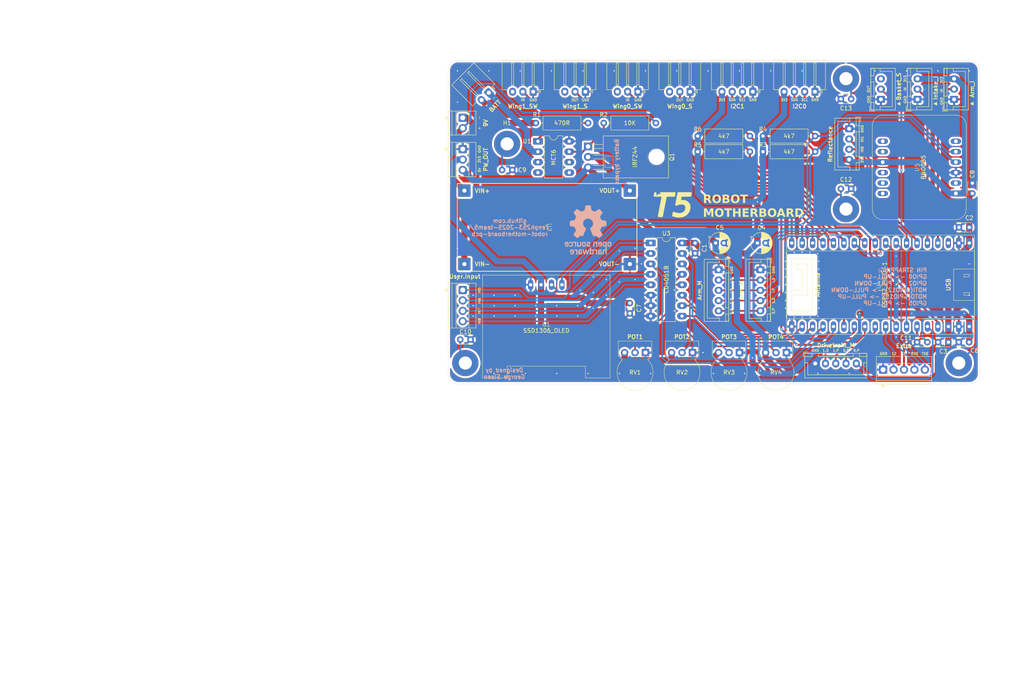
<source format=kicad_pcb>
(kicad_pcb (version 20241229) (generator "pcbnew") (generator_version "9.0")
  (title_block (title "Robot Motherboard") (date "2025-07-04") (rev "v1.0.0") (company "Team 5") (comment 1 "George Sleen"))
  (layers (0 "F.Cu" signal) (2 "B.Cu" signal) (13 "F.Paste" user) (15 "B.Paste" user) (5 "F.SilkS" user "F.Silkscreen") (7 "B.SilkS" user "B.Silkscreen") (1 "F.Mask" user) (3 "B.Mask" user) (25 "Edge.Cuts" user))
  (net 0 "")
  (net 1 "GND")
  (net 2 "+5V")
  (net 3 "+3V3")
  (net 4 "/I2C1.SCL")
  (net 5 "/DRIVETRAIN.M1_PWM")
  (net 6 "/I2C1.SDA")
  (net 7 "/I2C0.SCL")
  (net 8 "/DRIVETRAIN.M0_PWM")
  (net 9 "/DRIVETRAIN.M1_DIR")
  (net 10 "/I2C0.SDA")
  (net 11 "/DRIVETRAIN.M0_DIR")
  (net 12 "/ARM.INTAKE_DIR")
  (net 13 "/ARM.SHOULDER_PWM")
  (net 14 "/ARM.SHOULDER_DIR")
  (net 15 "/ARM.INTAKE_PWM")
  (net 16 "+BATT")
  (net 17 "-BATT")
  (net 18 "/IR0.IN")
  (net 19 "/IR1.IN")
  (net 20 "/WING0.SERVO")
  (net 21 "/ARM.INTAKE_SW")
  (net 22 "/ARM.POSITION")
  (net 23 "/WING0.LIMIT_SW_IN")
  (net 24 "GNDPWR")
  (net 25 "+9V")
  (net 26 "Net-(JP1-A)")
  (net 27 "Net-(Q1-G)")
  (net 28 "/INPUT.MCU_IN")
  (net 29 "/INPUT.SELECT0")
  (net 30 "/INPUT.SELECT2")
  (net 31 "/INPUT.SELECT1")
  (net 39 "Net-(C9-Pad1)")
  (net 40 "Net-(C10-Pad1)")
  (net 41 "Net-(C11-Pad1)")
  (net 42 "Net-(C12-Pad1)")
  (net 46 "/WING1.SERVO")
  (net 48 "/WING1.LIMIT_SW_IN")
  (net 49 "Net-(J13-Pin_2)")
  (net 50 "Net-(J13-Pin_3)")
  (net 51 "Net-(J13-Pin_1)")
  (net 52 "Net-(J13-Pin_4)")
  (net 53 "/TX0")
  (net 54 "/RX0")
  (net 55 "/GPIO12")
  (net 56 "/GPIO2")
  (net 57 "Net-(R1-Pad1)")
  (net 58 "Net-(U3-X0)")
  (net 59 "Net-(U3-X1)")
  (net 60 "Net-(U3-X2)")
  (net 61 "Net-(U3-X3)")
  (net 67 "Net-(C13-Pad1)")
  (net 68 "/BASKET.SERVO")
  (footprint "Capacitor_THT:C_Disc_D3.0mm_W2.0mm_P2.50mm" (layer "F.Cu") (at 175.24 94.02 -90)
    (property "Reference" "C7")
    (property "Value" "100nF")
  )
  (footprint "TerminalBlock:TerminalBlock_Xinya_XY308-2.54-5P_1x05_P2.54mm_Horizontal" (layer "F.Cu") (at 236.835 110.2275)
    (property "Reference" "J15" (hide yes))
    (property "Value" "Extra")
  )
  (footprint "Capacitor_THT:C_Disc_D3.0mm_W2.0mm_P2.50mm" (layer "F.Cu") (at 134.005 102.89)
    (property "Reference" "C10")
    (property "Value" "100nF")
  )
  (footprint "GS_Development_Boards:ESP32_PICO_1_DEV_KIT" (layer "F.Cu") (at 236.2 89.555 90)
    (property "Reference" "U4")
    (property "Value" "ESP32_PICO-1")
  )
  (footprint "TerminalBlock:TerminalBlock_Xinya_XY308-2.54-2P_1x02_P2.54mm_Horizontal" (layer "F.Cu") (at 134.6 48.915 -90)
    (property "Reference" "J6" (hide yes))
    (property "Value" "9V")
  )
  (footprint "Connector_JST:JST_XH_B5B-XH-A_1x05_P2.50mm_Vertical" (layer "F.Cu") (at 206.99 85.905 -90)
    (property "Reference" "J8" (hide yes))
    (property "Value" "Arm_M")
  )
  (footprint "Capacitor_THT:C_Disc_D3.0mm_W2.0mm_P2.50mm" (layer "F.Cu") (at 191.115 79.395 -90)
    (property "Reference" "C1")
    (property "Value" "100nF")
  )
  (footprint "GS_Connectors:JST_XH_S3B-XH-A-1_1x03_P2.50mm_Horizontal" (layer "F.Cu") (at 177.205 42.565 180)
    (property "Reference" "J2" (hide yes))
    (property "Value" "Wing0_SW")
  )
  (footprint "Capacitor_THT:CP_Radial_D5.0mm_P2.00mm" (layer "F.Cu") (at 196.1 79.395)
    (property "Reference" "C5")
    (property "Value" "47uF")
  )
  (footprint "TerminalBlock:TerminalBlock_Xinya_XY308-2.54-3P_1x03_P2.54mm_Horizontal" (layer "F.Cu") (at 134.6 56.535 -90)
    (property "Reference" "J17" (hide yes))
    (property "Value" "PW_OUT")
  )
  (footprint "GS_Development_Boards:LM2596_Breakout" (layer "F.Cu") (at 155.1232 75.585 -90)
    (property "Reference" "U2")
    (property "Value" "LM2596_Breakout")
  )
  (footprint "Connector_JST:JST_XH_B3B-XH-A_1x03_P2.50mm_Vertical" (layer "F.Cu") (at 236.31 44.43 90)
    (property "Reference" "J19" (hide yes))
    (property "Value" "Basket_S")
  )
  (footprint "GS_Connectors:JST_XH_S2B-XH-A-1_1x02_P2.50mm_Horizontal" (layer "F.Cu") (at 140.95 42.819 -135)
    (property "Reference" "J3" (hide yes))
    (property "Value" "BATT")
  )
  (footprint "Resistor_THT:R_Axial_DIN0309_L9.0mm_D3.2mm_P12.70mm_Horizontal" (layer "F.Cu") (at 168.89 50.185)
    (property "Reference" "R2")
    (property "Value" "10K")
  )
  (footprint "GS_Resistors:ENPH253_Potentiometer" (layer "F.Cu") (at 176.51 106.065 180)
    (property "Reference" "RV1")
    (property "Value" "POT1")
  )
  (footprint "GS_Resistors:ENPH253_Potentiometer" (layer "F.Cu") (at 199.37 106.065 180)
    (property "Reference" "RV3")
    (property "Value" "POT3")
  )
  (footprint "Capacitor_THT:C_Disc_D3.0mm_W2.0mm_P2.50mm" (layer "F.Cu") (at 258.552 67.33 90)
    (property "Reference" "C8")
    (property "Value" "100nF")
  )
  (footprint "Package_DIP:DIP-8_W7.62mm_LongPads" (layer "F.Cu") (at 152.888 54.63)
    (property "Reference" "U1")
    (property "Value" "MCT6")
  )
  (footprint "Connector_JST:JST_XH_B5B-XH-A_1x05_P2.50mm_Vertical" (layer "F.Cu") (at 220.325 108.715)
    (property "Reference" "J7" (hide yes))
    (property "Value" "Drivetrain_M")
  )
  (footprint "GS_Connectors:JST_XH_S3B-XH-A-1_1x03_P2.50mm_Horizontal" (layer "F.Cu") (at 151.725 42.565 180)
    (property "Reference" "J5" (hide yes))
    (property "Value" "Wing1_SW")
  )
  (footprint "Connector_JST:JST_XH_B3B-XH-A_1x03_P2.50mm_Vertical" (layer "F.Cu") (at 245.2 44.43 90)
    (property "Reference" "J12" (hide yes))
    (property "Value" "Intake_I")
  )
  (footprint "Resistor_THT:R_Axial_DIN0309_L9.0mm_D3.2mm_P12.70mm_Horizontal" (layer "F.Cu") (at 191.75 57.17)
    (property "Reference" "R5")
    (property "Value" "4k7")
  )
  (footprint "MountingHole:MountingHole_3.2mm_M3_Pad" (layer "F.Cu") (at 255.25 108.605)
    (property "Reference" "H3" (hide yes))
    (property "Value" "M3_PTH")
  )
  (footprint "GS_Connectors:JST_XH_S3B-XH-A-1_1x03_P2.50mm_Horizontal" (layer "F.Cu") (at 189.905 42.565 180)
    (property "Reference" "J1" (hide yes))
    (property "Value" "Wing0_S")
  )
  (footprint "Connector_JST:JST_XH_B3B-XH-A_1x03_P2.50mm_Vertical" (layer "F.Cu") (at 254.09 44.43 90)
    (property "Reference" "J11" (hide yes))
    (property "Value" "Arm_I")
  )
  (footprint "Resistor_THT:R_Axial_DIN0309_L9.0mm_D3.2mm_P12.70mm_Horizontal" (layer "F.Cu") (at 207.625 57.17)
    (property "Reference" "R3")
    (property "Value" "4k7")
  )
  (footprint "MountingHole:MountingHole_3.2mm_M3_Pad" (layer "F.Cu") (at 135.235 108.605)
    (property "Reference" "H2" (hide yes))
    (property "Value" "M3_PTH")
  )
  (footprint "Capacitor_THT:C_Disc_D3.0mm_W2.0mm_P2.50mm" (layer "F.Cu") (at 252.71 103.525 180)
    (property "Reference" "C3")
    (property "Value" "100nF")
  )
  (footprint "Connector_JST:JST_XH_B5B-XH-A_1x05_P2.50mm_Vertical" (layer "F.Cu") (at 196.83 85.905 -90)
    (property "Reference" "J9" (hide yes))
    (property "Value" "Arm_M")
  )
  (footprint "TerminalBlock:TerminalBlock_Xinya_XY308-2.54-4P_1x04_P2.54mm_Horizontal" (layer "F.Cu") (at 134.6 90.825 -90)
    (property "Reference" "J13" (hide yes))
    (property "Value" "User.Input")
  )
  (footprint "GS_Development_Boards:ADAFRUIT_SSD1306_OLED" (layer "F.Cu") (at 154.92 99.715)
    (property "Reference" "G1")
    (property "Value" "SSD1306_OLED")
  )
  (footprint "Package_TO_SOT_THT:TO-220-3_Horizontal_TabDown" (layer "F.Cu") (at 165.08 55.9 -90)
    (property "Reference" "Q1")
    (property "Value" "IRFZ44")
  )
  (footprint "GS_Resistors:ENPH253_Potentiometer" (layer "F.Cu") (at 210.8 106.065 180)
    (property "Reference" "RV4")
    (property "Value" "POT4")
  )
  (footprint "Capacitor_THT:C_Disc_D3.0mm_W2.0mm_P2.50mm" (layer "F.Cu") (at 257.75 103.525 180)
    (property "Reference" "C6")
    (property "Value" "100nF")
  )
  (footprint "Package_DIP:DIP-16_W7.62mm_LongPads" (layer "F.Cu") (at 180.32 79.395)
    (property "Reference" "U3")
    (property "Value" "CD4051B")
  )
  (footprint "GS_Connectors:JST_XH_S4B-XH-A-1_1x04_P2.50mm_Horizontal" (layer "F.Cu") (at 220.265 42.565 180)
    (property "Reference" "J14" (hide yes))
    (property "Value" "I2C0")
  )
  (footprint "MountingHole:MountingHole_3.2mm_M3_Pad" (layer "F.Cu") (at 227.818 71.14)
    (property "Reference" "H4" (hide yes))
    (property "Value" "M3_PTH")
  )
  (footprint "GS_Virtual:ENPH253_Logo" (layer "F.Cu") (at 186.035 69.87)
    (property "Reference" "S1" (hide yes))
    (property "Value" "Logo" (hide yes))
  )
  (footprint "GS_Development_Boards:ADAFRUIT_BNO085" (layer "F.Cu") (at 245.645 60.98 90)
    (property "Reference" "U5")
    (property "Value" "BNO085")
  )
  (footprint "Capacitor_THT:C_Disc_D3.0mm_W2.0mm_P2.50mm" (layer "F.Cu") (at 229.068 44.343 180)
    (property "Reference" "C13")
    (property "Value" "100nF")
  )
  (footprint "Capacitor_THT:C_Disc_D3.0mm_W2.0mm_P2.50mm" (layer "F.Cu") (at 247.61 103.525 180)
    (property "Reference" "C11")
    (property "Value" "100nF")
  )
  (footprint "Connector_JST:JST_XH_B4B-XH-A_1x04_P2.50mm_Vertical" (layer "F.Cu") (at 228.58 51.575 -90)
    (property "Reference" "J10" (hide yes))
    (property "Value" "Reflectance")
  )
  (footprint "Capacitor_THT:C_Disc_D3.0mm_W2.0mm_P2.50mm" (layer "F.Cu") (at 226.568 66.187)
    (property "Reference" "C12")
    (property "Value" "100nF")
  )
  (footprint "MountingHole:MountingHole_3.2mm_M3_Pad" (layer "F.Cu") (at 227.818 39.39)
    (property "Reference" "H5" (hide yes))
    (property "Value" "M3_PTH")
  )
  (footprint "GS_Connectors:JST_XH_S3B-XH-A-1_1x03_P2.50mm_Horizontal" (layer "F.Cu") (at 164.425 42.565 180)
    (property "Reference" "J4" (hide yes))
    (property "Value" "Wing1_S")
  )
  (footprint "MountingHole:MountingHole_3.2mm_M3_Pad" (layer "F.Cu") (at 145.395 55.265)
    (property "Reference" "H1")
    (property "Value" "M3_PTH")
  )
  (footprint "Capacitor_THT:C_Disc_D3.0mm_W2.0mm_P2.50mm" (layer "F.Cu") (at 257.79 75.585 180)
    (property "Reference" "C2")
    (property "Value" "100nF")
  )
  (footprint "Resistor_THT:R_Axial_DIN0309_L9.0mm_D3.2mm_P12.70mm_Horizontal" (layer "F.Cu") (at 207.625 53.36)
    (property "Reference" "R4")
    (property "Value" "4k7")
  )
  (footprint "GS_Resistors:ENPH253_Potentiometer" (layer "F.Cu") (at 187.94 106.065 180)
    (property "Reference" "RV2")
    (property "Value" "POT2")
  )
  (footprint "Resistor_THT:R_Axial_DIN0309_L9.0mm_D3.2mm_P12.70mm_Horizontal" (layer "F.Cu") (at 191.75 53.36)
    (property "Reference" "R6")
    (property "Value" "4k7")
  )
  (footprint "Capacitor_THT:CP_Radial_D5.0mm_P2.00mm" (layer "F.Cu") (at 206.26 79.395)
    (property "Reference" "C4")
    (property "Value" "47uF")
  )
  (footprint "Resistor_THT:R_Axial_DIN0309_L9.0mm_D3.2mm_P12.70mm_Horizontal" (layer "F.Cu") (at 165.08 50.185 180)
    (property "Reference" "R1")
    (property "Value" "470R")
  )
  (footprint "Capacitor_THT:C_Disc_D3.0mm_W2.0mm_P2.50mm" (layer "F.Cu") (at 144.165 61.615)
    (property "Reference" "C9")
    (property "Value" "100nF")
  )
  (footprint "GS_Connectors:JST_XH_S4B-XH-A-1_1x04_P2.50mm_Horizontal" (layer "F.Cu") (at 205.145 42.565 180)
    (property "Reference" "J16" (hide yes))
    (property "Value" "I2C1")
  )
  (footprint "Jumper:SolderJumper-2_P1.3mm_Open_TrianglePad1.0x1.5mm" (layer "B.Cu") (at 170.16 59.62 -90)
    (property "Reference" "JP1" (hide yes))
    (property "Value" "Battery bypass")
  )
  (footprint "Symbol:OSHW-Logo_11.4x12mm_SilkScreen" (layer "B.Cu") (at 165.1 76.2 180)
    (property "Reference" "REF**" (hide yes))
    (property "Value" "OSHW-Logo_11.4x12mm_SilkScreen" (hide yes))
  )
  (gr_poly (pts (xy 249.916 45.867) (xy 249.916 45.105) (xy 249.154 45.486)) (stroke (width 0.1)) (fill yes) (layer "F.SilkS"))
  (gr_poly (pts (xy 241.026 45.867) (xy 241.026 45.105) (xy 240.264 45.486)) (stroke (width 0.1)) (fill yes) (layer "F.SilkS"))
  (gr_poly (pts (xy 258.806 45.867) (xy 258.806 45.105) (xy 258.044 45.486)) (stroke (width 0.1)) (fill yes) (layer "F.SilkS"))
  (gr_line (start 131.044 111.185) (end 131.044 37.445) (stroke (width 0.05)) (layer "Edge.Cuts"))
  (gr_line (start 260.33 37.445) (end 260.33 111.185) (stroke (width 0.05)) (layer "Edge.Cuts"))
  (gr_arc (start 257.83 34.945) (mid 259.597767 35.677233) (end 260.33 37.445) (stroke (width 0.05)) (layer "Edge.Cuts"))
  (gr_line (start 133.544 34.945) (end 257.83 34.945) (stroke (width 0.05)) (layer "Edge.Cuts"))
  (gr_arc (start 131.044 37.445) (mid 131.776233 35.677233) (end 133.544 34.945) (stroke (width 0.05)) (layer "Edge.Cuts"))
  (gr_arc (start 133.544 113.685) (mid 131.776233 112.952767) (end 131.044 111.185) (stroke (width 0.05)) (layer "Edge.Cuts"))
  (gr_line (start 257.83 113.685) (end 133.544 113.685) (stroke (width 0.05)) (layer "Edge.Cuts"))
  (gr_arc (start 260.33 111.185) (mid 259.597767 112.952767) (end 257.83 113.685) (stroke (width 0.05)) (layer "Edge.Cuts"))
  (gr_text "GND" (at 200.005 85.999 90) (layer "F.SilkS") (effects (font (size 0.6 0.6) (thickness 0.12) (bold yes))))
  (gr_text "GND" (at 205.1612 44.5462 0) (layer "F.SilkS") (effects (font (size 0.6 0.6) (thickness 0.12) (bold yes))))
  (gr_text "IN" (at 242.1944 41.9554 90) (layer "F.SilkS") (effects (font (size 0.6 0.6) (thickness 0.12) (bold yes))))
  (gr_text "5V\n" (at 138.664 61.615 90) (layer "F.SilkS") (effects (font (size 0.6 0.6) (thickness 0.12) (bold yes))))
  (gr_text "GND" (at 251.0844 44.86 90) (layer "F.SilkS") (effects (font (size 0.6 0.6) (thickness 0.12) (bold yes))))
  (gr_text "IN0" (at 231.755 56.6112 90) (layer "F.SilkS") (effects (font (size 0.6 0.6) (thickness 0.12) (bold yes))))
  (gr_text "0.D" (at 227.8434 105.557 0) (layer "F.SilkS") (effects (font (size 0.6 0.6) (thickness 0.12) (bold yes))))
  (gr_text "ROBOT\nMOTHERBOARD" (at 193.02 70.505 0) (layer "F.SilkS") (effects (font (size 2 2) (thickness 0.25) (bold yes)) (justify left)))
  (gr_text "I.D" (at 210.1904 88.4374 90) (layer "F.SilkS") (effects (font (size 0.6 0.6) (thickness 0.12) (bold yes))))
  (gr_text "OUT\n" (at 161.905 44.597 0) (layer "F.SilkS") (effects (font (size 0.6 0.6) (thickness 0.12) (bold yes))))
  (gr_text "GND" (at 210.1904 85.8974 90) (layer "F.SilkS") (effects (font (size 0.6 0.6) (thickness 0.12) (bold yes))))
  (gr_text "GND" (at 177.2212 44.597 0) (layer "F.SilkS") (effects (font (size 0.6 0.6) (thickness 0.12) (bold yes))))
  (gr_text "3V3" (at 231.755 59.1004 90) (layer "F.SilkS") (effects (font (size 0.6 0.6) (thickness 0.12) (bold yes))))
  (gr_text "BATT" (at 142.474 46.0702 45) (layer "F.SilkS") (effects (font (size 1 1) (thickness 0.2) (bold yes))))
  (gr_text "0.P" (at 230.358 105.557 0) (layer "F.SilkS") (effects (font (size 0.6 0.6) (thickness 0.12) (bold yes))))
  (gr_text "TX0" (at 246.995 106.319 0) (layer "F.SilkS") (effects (font (size 0.6 0.6) (thickness 0.12) (bold yes))))
  (gr_text "IN7" (at 138.664 95.9558 90) (layer "F.SilkS") (effects (font (size 0.6 0.6) (thickness 0.12) (bold yes))))
  (gr_text "RX0" (at 244.4804 106.319 0) (layer "F.SilkS") (effects (font (size 0.6 0.6) (thickness 0.12) (bold yes))))
  (gr_text "3V3" (at 242.1944 39.4154 90) (layer "F.SilkS") (effects (font (size 0.6 0.6) (thickness 0.12) (bold yes))))
  (gr_text "S.D" (at 200.005 93.5174 90) (layer "F.SilkS") (effects (font (size 0.6 0.6) (thickness 0.12) (bold yes))))
  (gr_text "IN5" (at 138.664 90.9266 90) (layer "F.SilkS") (effects (font (size 0.6 0.6) (thickness 0.12) (bold yes))))
  (gr_text "OUT" (at 187.3812 44.597 0) (layer "F.SilkS") (effects (font (size 0.6 0.6) (thickness 0.12) (bold yes))))
  (gr_text "IN1" (at 231.755 54.122 90) (layer "F.SilkS") (effects (font (size 0.6 0.6) (thickness 0.12) (bold yes))))
  (gr_text "OUT" (at 233.3044 41.9046 90) (layer "F.SilkS") (effects (font (size 0.6 0.6) (thickness 0.12) (bold yes))))
  (gr_text "IN6" (at 138.664 93.4666 90) (layer "F.SilkS") (effects (font (size 0.6 0.6) (thickness 0.12) (bold yes))))
  (gr_text "3V3" (at 197.6428 44.5462 0) (layer "F.SilkS") (effects (font (size 0.6 0.6) (thickness 0.12) (bold yes))))
  (gr_text "+" (at 138.664 51.455 90) (layer "F.SilkS") (effects (font (size 0.6 0.6) (thickness 0.12) (bold yes))))
  (gr_text "1.P" (at 225.3542 105.557 0) (layer "F.SilkS") (effects (font (size 0.6 0.6) (thickness 0.12) (bold yes))))
  (gr_text "GND" (at 220.325 105.557 0) (layer "F.SilkS") (effects (font (size 0.6 0.6) (thickness 0.12) (bold yes))))
  (gr_text "GND" (at 236.962 106.319 0) (layer "F.SilkS") (effects (font (size 0.6 0.6) (thickness 0.12) (bold yes))))
  (gr_text "I.D" (at 200.005 88.539 90) (layer "F.SilkS") (effects (font (size 0.6 0.6) (thickness 0.12) (bold yes))))
  (gr_text "3V3" (at 212.7812 44.5462 0) (layer "F.SilkS") (effects (font (size 0.6 0.6) (thickness 0.12) (bold yes))))
  (gr_text "GND" (at 231.755 51.582 90) (layer "F.SilkS") (effects (font (size 0.6 0.6) (thickness 0.12) (bold yes))))
  (gr_text "2" (at 241.9912 106.319 0) (layer "F.SilkS") (effects (font (size 0.6 0.6) (thickness 0.12) (bold yes))))
  (gr_text "12" (at 239.502 106.319 0) (layer "F.SilkS") (effects (font (size 0.6 0.6) (thickness 0.12) (bold yes))))
  (gr_text "IN8" (at 138.664 98.445 90) (layer "F.SilkS") (effects (font (size 0.6 0.6) (thickness 0.12) (bold yes))))
  (gr_text "3V3" (at 138.664 59.075 90) (layer "F.SilkS") (effects (font (size 0.6 0.6) (thickness 0.12) (bold yes))))
  (gr_text "GND" (at 233.3044 44.4446 90) (layer "F.SilkS") (effects (font (size 0.6 0.6) (thickness 0.12) (bold yes))))
  (gr_text "GND" (at 151.745 44.597 0) (layer "F.SilkS") (effects (font (size 0.6 0.6) (thickness 0.12) (bold yes))))
  (gr_text "I.P" (at 200.005 91.0282 90) (layer "F.SilkS") (effects (font (size 0.6 0.6) (thickness 0.12) (bold yes))))
  (gr_text "S.P" (at 200.005 96.032 90) (layer "F.SilkS") (effects (font (size 0.6 0.6) (thickness 0.12) (bold yes))))
  (gr_text "IN" (at 149.205 44.597 0) (layer "F.SilkS") (effects (font (size 0.6 0.6) (thickness 0.12) (bold yes))))
  (gr_text "S.P" (at 210.1904 95.9304 90) (layer "F.SilkS") (effects (font (size 0.6 0.6) (thickness 0.12) (bold yes))))
  (gr_text "-" (at 138.664 48.915 90) (layer "F.SilkS") (effects (font (size 0.6 0.6) (thickness 0.12) (bold yes))))
  (gr_text "GND" (at 242.1944 44.4954 90) (layer "F.SilkS") (effects (font (size 0.6 0.6) (thickness 0.12) (bold yes))))
  (gr_text "S.D" (at 210.1904 93.4158 90) (layer "F.SilkS") (effects (font (size 0.6 0.6) (thickness 0.12) (bold yes))))
  (gr_text "SDA" (at 215.2704 44.5462 0) (layer "F.SilkS") (effects (font (size 0.6 0.6) (thickness 0.12) (bold yes))))
  (gr_text "SCL" (at 217.7596 44.5462 0) (layer "F.SilkS") (effects (font (size 0.6 0.6) (thickness 0.12) (bold yes))))
  (gr_text "+" (at 140.3912 45.867 45) (layer "F.SilkS") (effects (font (size 0.6 0.6) (thickness 0.12) (bold yes))))
  (gr_text "-" (at 142.187251 44.070949 45) (layer "F.SilkS") (effects (font (size 0.6 0.6) (thickness 0.12) (bold yes))))
  (gr_text "IN" (at 251.0844 42.32 90) (layer "F.SilkS") (effects (font (size 0.6 0.6) (thickness 0.12) (bold yes))))
  (gr_text "GND" (at 220.2996 44.5462 0) (layer "F.SilkS") (effects (font (size 0.6 0.6) (thickness 0.12) (bold yes))))
  (gr_text "1.D" (at 222.865 105.557 0) (layer "F.SilkS") (effects (font (size 0.6 0.6) (thickness 0.12) (bold yes))))
  (gr_text "GND\n" (at 138.664 56.535 90) (layer "F.SilkS") (effects (font (size 0.6 0.6) (thickness 0.12) (bold yes))))
  (gr_text "IN" (at 174.6812 44.597 0) (layer "F.SilkS") (effects (font (size 0.6 0.6) (thickness 0.12) (bold yes))))
  (gr_text "I.P" (at 210.1904 90.9266 90) (layer "F.SilkS") (effects (font (size 0.6 0.6) (thickness 0.12) (bold yes))))
  (gr_text "3V3" (at 251.0844 39.78 90) (layer "F.SilkS") (effects (font (size 0.6 0.6) (thickness 0.12) (bold yes))))
  (gr_text "GND" (at 189.9212 44.597 0) (layer "F.SilkS") (effects (font (size 0.6 0.6) (thickness 0.12) (bold yes))))
  (gr_text "SCL" (at 202.6212 44.5462 0) (layer "F.SilkS") (effects (font (size 0.6 0.6) (thickness 0.12) (bold yes))))
  (gr_text "SDA" (at 200.132 44.5462 0) (layer "F.SilkS") (effects (font (size 0.6 0.6) (thickness 0.12) (bold yes))))
  (gr_text "GND" (at 164.445 44.597 0) (layer "F.SilkS") (effects (font (size 0.6 0.6) (thickness 0.12) (bold yes))))
  (gr_text "Designed by\nGeorge Sleen" (at 144.76 111.145 0) (layer "B.SilkS") (effects (font (size 1 1) (thickness 0.2) (bold yes) (italic yes)) (justify mirror)))
  (gr_text "PIN STRAPPING:\nGPIO0 -> PULL-UP\nGPIO2 -> PULL-DOWN\nMDTI(GPIO12) -> PULL-DOWN\nMDTO(GPIO15) -> PULL-UP\nGPIO5 -> PULL-UP" (at 247.63 94.635 0) (layer "B.SilkS") (effects (font (size 1 1) (thickness 0.2) (bold yes)) (justify left bottom mirror)))
  (gr_text "github.com\n/enph253-2025-team5/\nrobot-motherboard-pcb" (at 146.03 75.585 0) (layer "B.SilkS") (effects (font (size 1 1) (thickness 0.2) (bold yes)) (justify mirror)))
  (via (at 137.14 97.175) (size 0.6) (drill 0.3) (layers "F.Cu" "B.Cu") (net 1))
  (via (at 243.185 106.065) (size 0.6) (drill 0.3) (layers "F.Cu" "B.Cu") (net 1))
  (via (at 186.035 95.905) (size 0.6) (drill 0.3) (layers "F.Cu" "B.Cu") (net 1))
  (via (at 165.08 111.145) (size 0.6) (drill 0.3) (layers "F.Cu" "B.Cu") (net 1))
  (via (at 171.43 37.485) (size 0.6) (drill 0.3) (layers "F.Cu" "B.Cu") (net 1))
  (via (at 221.214 89.555) (size 0.6) (drill 0.3) (layers "F.Cu" "B.Cu") (net 1))
  (via (at 162.54 94.635) (size 0.6) (drill 0.3) (layers "F.Cu" "B.Cu") (net 1))
  (via (at 250.17 37.485) (size 0.6) (drill 0.3) (layers "F.Cu" "B.Cu") (net 1))
  (via (at 169.525 92.095) (size 0.6) (drill 0.3) (layers "F.Cu" "B.Cu") (net 1))
  (via (at 157.46 97.175) (size 0.6) (drill 0.3) (layers "F.Cu" "B.Cu") (net 1))
  (via (at 169.525 84.475) (size 0.6) (drill 0.3) (layers "F.Cu" "B.Cu") (net 1))
  (via (at 166.35 87.65) (size 0.6) (drill 0.3) (layers "F.Cu" "B.Cu") (net 1))
  (via (at 213.34 97.175) (size 0.6) (drill 0.3) (layers "F.Cu" "B.Cu") (net 1))
  (via (at 133.33 45.105) (size 0.6) (drill 0.3) (layers "F.Cu" "B.Cu") (net 1))
  (via (at 156.19 37.485) (size 0.6) (drill 0.3) (layers "F.Cu" "B.Cu") (net 1))
  (via (at 240.01 102.255) (size 0.6) (drill 0.3) (layers "F.Cu" "B.Cu") (net 1))
  (via (at 217.15 97.429) (size 0.6) (drill 0.3) (layers "F.Cu" "B.Cu") (net 1))
  (via (at 209.53 37.485) (size 0.6) (drill 0.3) (layers "F.Cu" "B.Cu") (net 1))
  (via (at 203.18 111.145) (size 0.6) (drill 0.3) (layers "F.Cu" "B.Cu") (net 1))
  (via (at 172.7 88.92) (size 0.6) (drill 0.3) (layers "F.Cu" "B.Cu") (net 1))
  (via (at 157.46 94.635) (size 0.6) (drill 0.3) (layers "F.Cu" "B.Cu") (net 1))
  (via (at 234.93 37.485) (size 0.6) (drill 0.3) (layers "F.Cu" "B.Cu") (net 1))
  (via (at 219.055 81.681) (size 0.6) (drill 0.3) (layers "F.Cu" "B.Cu") (net 1))
  (via (at 149.84 111.145) (size 0.6) (drill 0.3) (layers "F.Cu" "B.Cu") (net 1))
  (via (at 193.02 106.065) (size 0.6) (drill 0.3) (layers "F.Cu" "B.Cu") (net 1))
  (via (at 213.34 81.935) (size 0.6) (drill 0.3) (layers "F.Cu" "B.Cu") (net 1))
  (via (at 142.22 97.175) (size 0.6) (drill 0.3) (layers "F.Cu" "B.Cu") (net 1))
  (via (at 142.22 111.145) (size 0.6) (drill 0.3) (layers "F.Cu" "B.Cu") (net 1))
  (via (at 166.35 95.27) (size 0.6) (drill 0.3) (layers "F.Cu" "B.Cu") (net 1))
  (via (at 221.214 95.27) (size 0.6) (drill 0.3) (layers "F.Cu" "B.Cu") (net 1))
  (via (at 152.38 94.635) (size 0.6) (drill 0.3) (layers "F.Cu" "B.Cu") (net 1))
  (via (at 195.56 111.145) (size 0.6) (drill 0.3) (layers "F.Cu" "B.Cu") (net 1))
  (via (at 201.91 37.485) (size 0.6) (drill 0.3) (layers "F.Cu" "B.Cu") (net 1))
  (via (at 157.46 111.145) (size 0.6) (drill 0.3) (layers "F.Cu" "B.Cu") (net 1))
  (via (at 179.05 37.485) (size 0.6) (drill 0.3) (layers "F.Cu" "B.Cu") (net 1))
  (via (at 147.3 94.635) (size 0.6) (drill 0.3) (layers "F.Cu" "B.Cu") (net 1))
  (via (at 220.96 111.145) (size 0.6) (drill 0.3) (layers "F.Cu" "B.Cu") (net 1))
  (via (at 215.245 97.429) (size 0.6) (drill 0.3) (layers "F.Cu" "B.Cu") (net 1))
  (via (at 219.055 97.429) (size 0.6) (drill 0.3) (layers "F.Cu" "B.Cu") (net 1))
  (via (at 178.034 84.475) (size 0.6) (drill 0.3) (layers "F.Cu" "B.Cu") (net 1))
  (via (at 221.214 93.365) (size 0.6) (drill 0.3) (layers "F.Cu" "B.Cu") (net 1))
  (via (at 213.086 83.84) (size 0.6) (drill 0.3) (layers "F.Cu" "B.Cu") (net 1))
  (via (at 220.96 81.935) (size 0.6) (drill 0.3) (layers "F.Cu" "B.Cu") (net 1))
  (via (at 152.38 97.175) (size 0.6) (drill 0.3) (layers "F.Cu" "B.Cu") (net 1))
  (via (at 228.58 111.145) (size 0.6) (drill 0.3) (layers "F.Cu" "B.Cu") (net 1))
  (via (at 172.7 81.3) (size 0.6) (drill 0.3) (layers "F.Cu" "B.Cu") (net 1))
  (via (at 213.086 87.65) (size 0.6) (drill 0.3) (layers "F.Cu" "B.Cu") (net 1))
  (via (at 147.3 97.175) (size 0.6) (drill 0.3) (layers "F.Cu" "B.Cu") (net 1))
  (via (at 240.01 82.57) (size 0.6) (drill 0.3) (layers "F.Cu" "B.Cu") (net 1))
  (via (at 169.525 88.285) (size 0.6) (drill 0.3) (layers "F.Cu" "B.Cu") (net 1))
  (via (at 240.01 89.555) (size 0.6) (drill 0.3) (layers "F.Cu" "B.Cu") (net 1))
  (via (at 140.95 37.485) (size 0.6) (drill 0.3) (layers "F.Cu" "B.Cu") (net 1))
  (via (at 186.035 90.825) (size 0.6) (drill 0.3) (layers "F.Cu" "B.Cu") (net 1))
  (via (at 213.086 95.27) (size 0.6) (drill 0.3) (layers "F.Cu" "B.Cu") (net 1))
  (via (at 176.51 88.285) (size 0.6) (drill 0.3) (layers "F.Cu" "B.Cu") (net 1))
  (via (at 142.22 94.635) (size 0.6) (drill 0.3) (layers "F.Cu" "B.Cu") (net 1))
  (via (at 172.7 111.145) (size 0.6) (drill 0.3) (layers "F.Cu" "B.Cu") (net 1))
  (via (at 257.79 84.475) (size 0.6) (drill 0.3) (layers "F.Cu" "B.Cu") (net 1))
  (via (at 257.79 92.095) (size 0.6) (drill 0.3) (layers "F.Cu" "B.Cu") (net 1))
  (via (at 213.086 85.745) (size 0.6) (drill 0.3) (layers "F.Cu" "B.Cu") (net 1))
  (via (at 213.086 91.46) (size 0.6) (drill 0.3) (layers "F.Cu" "B.Cu") (net 1))
  (via (at 221.214 87.65) (size 0.6) (drill 0.3) (layers "F.Cu" "B.Cu") (net 1))
  (via (at 148.57 37.485) (size 0.6) (drill 0.3) (layers "F.Cu" "B.Cu") (net 1))
  (via (at 213.086 93.365) (size 0.6) (drill 0.3) (layers "F.Cu" "B.Cu") (net 1))
  (via (at 221.214 91.46) (size 0.6) (drill 0.3) (layers "F.Cu" "B.Cu") (net 1))
  (via (at 186.67 37.485) (size 0.6) (drill 0.3) (layers "F.Cu" "B.Cu") (net 1))
  (via (at 217.15 37.485) (size 0.6) (drill 0.3) (layers "F.Cu" "B.Cu") (net 1))
  (via (at 163.81 37.485) (size 0.6) (drill 0.3) (layers "F.Cu" "B.Cu") (net 1))
  (via (at 137.14 92.095) (size 0.6) (drill 0.3) (layers "F.Cu" "B.Cu") (net 1))
  (via (at 147.3 92.095) (size 0.6) (drill 0.3) (layers "F.Cu" "B.Cu") (net 1))
  (via (at 221.214 83.84) (size 0.6) (drill 0.3) (layers "F.Cu" "B.Cu") (net 1))
  (via (at 242.55 37.485) (size 0.6) (drill 0.3) (layers "F.Cu" "B.Cu") (net 1))
  (via (at 133.33 80.665) (size 0.6) (drill 0.3) (layers "F.Cu" "B.Cu") (net 1))
  (via (at 133.33 37.485) (size 0.6) (drill 0.3) (layers "F.Cu" "B.Cu") (net 1))
  (via (at 163.175 90.825) (size 0.6) (drill 0.3) (layers "F.Cu" "B.Cu") (net 1))
  (via (at 257.79 37.485) (size 0.6) (drill 0.3) (layers "F.Cu" "B.Cu") (net 1))
  (via (at 162.54 97.175) (size 0.6) (drill 0.3) (layers "F.Cu" "B.Cu") (net 1))
  (via (at 221.214 85.745) (size 0.6) (drill 0.3) (layers "F.Cu" "B.Cu") (net 1))
  (via (at 217.15 81.681) (size 0.6) (drill 0.3) (layers "F.Cu" "B.Cu") (net 1))
  (via (at 215.245 81.681) (size 0.6) (drill 0.3) (layers "F.Cu" "B.Cu") (net 1))
  (via (at 180.32 111.145) (size 0.6) (drill 0.3) (layers "F.Cu" "B.Cu") (net 1))
  (via (at 213.086 89.555) (size 0.6) (drill 0.3) (layers "F.Cu" "B.Cu") (net 1))
  (via (at 176.51 80.665) (size 0.6) (drill 0.3) (layers "F.Cu" "B.Cu") (net 1))
  (via (at 133.33 88.285) (size 0.6) (drill 0.3) (layers "F.Cu" "B.Cu") (net 1))
  (via (at 220.96 97.175) (size 0.6) (drill 0.3) (layers "F.Cu" "B.Cu") (net 1))
  (via (at 137.14 94.635) (size 0.6) (drill 0.3) (layers "F.Cu" "B.Cu") (net 1))
  (via (at 194.29 37.485) (size 0.6) (drill 0.3) (layers "F.Cu" "B.Cu") (net 1))
  (via (at 187.94 111.145) (size 0.6) (drill 0.3) (layers "F.Cu" "B.Cu") (net 1))
  (via (at 166.35 91.46) (size 0.6) (drill 0.3) (layers "F.Cu" "B.Cu") (net 1))
  (via (at 142.22 92.095) (size 0.6) (drill 0.3) (layers "F.Cu" "B.Cu") (net 1))
  (segment (start 257.79 103.485) (end 257.79 99.715) (width 1.5) (layer "F.Cu") (net 2))
  (segment (start 257.79 97.81) (end 257.79 99.715) (width 1.5) (layer "F.Cu") (net 2))
  (segment (start 243.82 96.54) (end 231.12 96.54) (width 1.5) (layer "F.Cu") (net 2))
  (segment (start 165.08 60.98) (end 180.955 76.855) (width 1.5) (layer "F.Cu") (net 2))
  (segment (start 180.955 76.855) (end 193.56 76.855) (width 1.5) (layer "F.Cu") (net 2))
  (segment (start 205.085 108.605) (end 205.085 107.335) (width 1.5) (layer "F.Cu") (net 2))
  (segment (start 257.75 103.525) (end 257.79 103.485) (width 1.5) (layer "F.Cu") (net 2))
  (segment (start 193.56 76.855) (end 196.1 79.395) (width 1.5) (layer "F.Cu") (net 2))
  (segment (start 256.52 96.54) (end 257.79 97.81) (width 1.5) (layer "F.Cu") (net 2))
  (segment (start 206.99 110.51) (end 205.085 108.605) (width 1.5) (layer "F.Cu") (net 2))
  (via (at 206.99 110.51) (size 0.6) (drill 0.3) (layers "F.Cu" "B.Cu") (net 2))
  (via (at 205.085 107.335) (size 0.6) (drill 0.3) (layers "F.Cu" "B.Cu") (net 2))
  (via (at 256.52 96.54) (size 0.6) (drill 0.3) (layers "F.Cu" "B.Cu") (net 2))
  (via (at 231.12 96.54) (size 0.6) (drill 0.3) (layers "F.Cu" "B.Cu") (net 2))
  (via (at 243.82 96.54) (size 0.6) (drill 0.3) (layers "F.Cu" "B.Cu") (net 2))
  (segment (start 227.31 105.43) (end 231.12 101.62) (width 1.5) (layer "B.Cu") (net 2))
  (segment (start 161.8668 64.1932) (end 137.1782 64.1932) (width 1.5) (layer "B.Cu") (net 2))
  (segment (start 165.08 60.98) (end 170.030903 60.98) (width 1.5) (layer "B.Cu") (net 2))
  (segment (start 196.1 81.205) (end 201.275 86.38) (width 1.5) (layer "B.Cu") (net 2))
  (segment (start 207.625 111.145) (end 214.754602 111.145) (width 1.5) (layer "B.Cu") (net 2))
  (segment (start 165.08 60.98) (end 161.8668 64.1932) (width 1.5) (layer "B.Cu") (net 2))
  (segment (start 201.275 86.38) (end 201.275 98.445) (width 1.5) (layer "B.Cu") (net 2))
  (segment (start 220.469602 105.43) (end 227.31 105.43) (width 1.5) (layer "B.Cu") (net 2))
  (segment (start 201.275 98.445) (end 205.085 102.255) (width 1.5) (layer "B.Cu") (net 2))
  (segment (start 231.12 101.62) (end 231.12 96.54) (width 0.8) (layer "B.Cu") (net 2))
  (segment (start 196.1 79.395) (end 196.1 81.205) (width 1.5) (layer "B.Cu") (net 2))
  (segment (start 205.085 102.255) (end 205.085 107.335) (width 1.5) (layer "B.Cu") (net 2))
  (segment (start 170.030903 60.98) (end 170.16 60.850903) (width 1.5) (layer "B.Cu") (net 2))
  (segment (start 214.754602 111.145) (end 220.469602 105.43) (width 1.5) (layer "B.Cu") (net 2))
  (segment (start 137.1782 64.1932) (end 134.6 61.615) (width 1.5) (layer "B.Cu") (net 2))
  (segment (start 256.52 96.54) (end 243.82 96.54) (width 1.5) (layer "B.Cu") (net 2))
  (segment (start 206.99 110.51) (end 207.625 111.145) (width 1.5) (layer "B.Cu") (net 2))
  (segment (start 257.79 79.395) (end 257.79 75.585) (width 1.5) (layer "F.Cu") (net 3))
  (segment (start 173.97 106.065) (end 173.97 107.916) (width 1.5) (layer "F.Cu") (net 3))
  (segment (start 158.149 107.916) (end 173.97 107.916) (width 1.5) (layer "F.Cu") (net 3))
  (segment (start 257.79 79.965398) (end 257.79 79.395) (width 1.5) (layer "F.Cu") (net 3))
  (segment (start 213.34 59.075) (end 228.58 59.075) (width 1.5) (layer "F.Cu") (net 3))
  (segment (start 250.17 107.0175) (end 252.71 104.4775) (width 1.5) (layer "F.Cu") (net 3))
  (segment (start 252.71 99.715) (end 252.71 85.045398) (width 1.5) (layer "F.Cu") (net 3))
  (segment (start 199.497 112.434) (end 194.979 107.916) (width 1.5) (layer "F.Cu") (net 3))
  (segment (start 257.79 75.585) (end 257.79 68.092) (width 1.5) (layer "F.Cu") (net 3))
  (segment (start 252.71 103.525) (end 252.71 99.715) (width 1.5) (layer "F.Cu") (net 3))
  (segment (start 185.4 106.065) (end 185.4 107.916) (width 1.5) (layer "F.Cu") (net 3))
  (segment (start 208.26 107.337792) (end 213.356208 112.434) (width 1.5) (layer "F.Cu") (net 3))
  (segment (start 191.115 79.395) (end 187.94 79.395) (width 1.5) (layer "F.Cu") (net 3))
  (segment (start 193.655 81.935) (end 203.72 81.935) (width 1.5) (layer "F.Cu") (net 3))
  (segment (start 248.881 112.434) (end 250.17 111.145) (width 1.5) (layer "F.Cu") (net 3))
  (segment (start 203.72 81.935) (end 206.26 79.395) (width 1.5) (layer "F.Cu") (net 3))
  (segment (start 165.08 94.02) (end 163.79 92.73) (width 1.5) (layer "F.Cu") (net 3))
  (segment (start 207.625 53.36) (end 213.34 59.075) (width 1.5) (layer "F.Cu") (net 3))
  (segment (start 153.65 103.525) (end 158.095 107.97) (width 1.5) (layer "F.Cu") (net 3))
  (segment (start 153.65 92.73) (end 153.65 103.525) (width 1.5) (layer "F.Cu") (net 3))
  (segment (start 175.24 94.02) (end 165.08 94.02) (width 1.5) (layer "F.Cu") (net 3))
  (segment (start 252.71 104.4775) (end 252.71 103.525) (width 1.5) (layer "F.Cu") (net 3))
  (segment (start 206.26 69.33) (end 206.26 79.395) (width 1.5) (layer "F.Cu") (net 3))
  (segment (start 191.115 79.395) (end 193.655 81.935) (width 1.5) (layer "F.Cu") (net 3))
  (segment (start 252.71 85.045398) (end 257.79 79.965398) (width 1.5) (layer "F.Cu") (net 3))
  (segment (start 257.79 68.092) (end 258.552 67.33) (width 1.5) (layer "F.Cu") (net 3))
  (segment (start 163.79 92.73) (end 153.65 92.73) (width 1.5) (layer "F.Cu") (net 3))
  (segment (start 213.356208 112.434) (end 248.881 112.434) (width 1.5) (layer "F.Cu") (net 3))
  (segment (start 208.26 106.065) (end 208.26 107.337792) (width 1.5) (layer "F.Cu") (net 3))
  (segment (start 158.095 107.97) (end 158.149 107.916) (width 1.5) (layer "F.Cu") (net 3))
  (segment (start 153.65 89.555) (end 153.65 92.73) (width 1.5) (layer "F.Cu") (net 3))
  (segment (start 194.979 107.916) (end 196.83 106.065) (width 1.5) (layer "F.Cu") (net 3))
  (segment (start 250.17 111.145) (end 250.17 107.0175) (width 1.5) (layer "F.Cu") (net 3))
  (segment (start 185.4 107.916) (end 183.549 107.916) (width 1.5) (layer "F.Cu") (net 3))
  (segment (start 183.549 107.916) (end 194.979 107.916) (width 1.5) (layer "F.Cu") (net 3))
  (segment (start 173.97 107.916) (end 183.549 107.916) (width 1.5) (layer "F.Cu") (net 3))
  (segment (start 213.356208 112.434) (end 199.497 112.434) (width 1.5) (layer "F.Cu") (net 3))
  (segment (start 258.552 67.33) (end 254.535 67.33) (width 1.5) (layer "F.Cu") (net 3))
  (segment (start 173.97 107.227) (end 173.97 106.065) (width 1.5) (layer "F.Cu") (net 3))
  (via (at 206.26 69.33) (size 0.6) (drill 0.3) (layers "F.Cu" "B.Cu") (net 3))
  (segment (start 254.655 39.43) (end 256.756 41.531) (width 1.5) (layer "B.Cu") (net 3))
  (segment (start 236.755 59.71) (end 229.215 59.71) (width 1.5) (layer "B.Cu") (net 3))
  (segment (start 254.09 39.43) (end 245.2 39.43) (width 1.5) (layer "B.Cu") (net 3))
  (segment (start 142.855 83.84) (end 149.435 83.84) (width 1.5) (layer "B.Cu") (net 3))
  (segment (start 212.765 42.565) (end 212.765 48.22) (width 1.5) (layer "B.Cu") (net 3))
  (segment (start 229.215 59.71) (end 228.58 59.075) (width 1.5) (layer "B.Cu") (net 3))
  (segment (start 206.26 69.33) (end 207.625 67.965) (width 1.5) (layer "B.Cu") (net 3))
  (segment (start 203.815 81.84) (end 206.26 79.395) (width 1.5) (layer "B.Cu") (net 3))
  (segment (start 207.625 67.965) (end 207.625 57.17) (width 1.5) (layer "B.Cu") (net 3))
  (segment (start 203.815 97.81) (end 203.815 81.84) (width 1.5) (layer "B.Cu") (net 3))
  (segment (start 193.75 69.33) (end 206.26 69.33) (width 1.5) (layer "B.Cu") (net 3))
  (segment (start 191.75 57.17) (end 191.75 67.33) (width 1.5) (layer "B.Cu") (net 3))
  (segment (start 133.185787 59.075) (end 132.295 59.965787) (width 1.5) (layer "B.Cu") (net 3))
  (segment (start 245.415 59.71) (end 236.755 59.71) (width 1.5) (layer "B.Cu") (net 3))
  (segment (start 208.26 102.255) (end 203.815 97.81) (width 1.5) (layer "B.Cu") (net 3))
  (segment (start 132.295 59.965787) (end 132.295 73.28) (width 1.5) (layer "B.Cu") (net 3))
  (segment (start 197.645 42.565) (end 197.645 47.465) (width 1.5) (layer "B.Cu") (net 3))
  (segment (start 253.035 67.33) (end 245.415 59.71) (width 1.5) (layer "B.Cu") (net 3))
  (segment (start 256.035 67.33) (end 254.535 67.33) (width 1.5) (layer "B.Cu") (net 3))
  (segment (start 254.09 39.43) (end 254.655 39.43) (width 1.5) (layer "B.Cu") (net 3))
  (segment (start 153.65 88.055) (end 153.65 89.555) (width 1.5) (layer "B.Cu") (net 3))
  (segment (start 212.765 48.22) (end 207.625 53.36) (width 1.5) (layer "B.Cu") (net 3))
  (segment (start 256.756 41.531) (end 256.756 66.609) (width 1.5) (layer "B.Cu") (net 3))
  (segment (start 254.535 67.33) (end 253.035 67.33) (width 1.5) (layer "B.Cu") (net 3))
  (segment (start 207.625 53.36) (end 207.625 57.17) (width 1.5) (layer "B.Cu") (net 3))
  (segment (start 197.645 47.465) (end 191.75 53.36) (width 1.5) (layer "B.Cu") (net 3))
  (segment (start 208.26 106.065) (end 208.26 102.255) (width 1.5) (layer "B.Cu") (net 3))
  (segment (start 134.6 59.075) (end 133.185787 59.075) (width 1.5) (layer "B.Cu") (net 3))
  (segment (start 191.75 67.33) (end 193.75 69.33) (width 1.5) (layer "B.Cu") (net 3))
  (segment (start 256.756 66.609) (end 256.035 67.33) (width 1.5) (layer "B.Cu") (net 3))
  (segment (start 149.435 83.84) (end 153.65 88.055) (width 1.5) (layer "B.Cu") (net 3))
  (segment (start 132.295 73.28) (end 142.855 83.84) (width 1.5) (layer "B.Cu") (net 3))
  (segment (start 191.75 57.17) (end 191.75 53.36) (width 1.5) (layer "B.Cu") (net 3))
  (segment (start 236.2 78.494164) (end 236.2 81.935) (width 0.5) (layer "F.Cu") (net 4))
  (segment (start 207.915364 62.184) (end 212.995364 62.184) (width 0.5) (layer "F.Cu") (net 4))
  (segment (start 202.645 42.565) (end 202.645 51.555) (width 0.5) (layer "F.Cu") (net 4))
  (segment (start 205.974 54.884) (end 205.974 60.242636) (width 0.5) (layer "F.Cu") (net 4))
  (segment (start 205.974 60.242636) (end 207.915364 62.184) (width 0.5) (layer "F.Cu") (net 4))
  (segment (start 225.695364 74.884) (end 232.589836 74.884) (width 0.5) (layer "F.Cu") (net 4))
  (segment (start 212.995364 62.184) (end 225.695364 74.884) (width 0.5) (layer "F.Cu") (net 4))
  (segment (start 232.589836 74.884) (end 236.2 78.494164) (width 0.5) (layer "F.Cu") (net 4))
  (segment (start 202.645 51.555) (end 204.45 53.36) (width 0.5) (layer "F.Cu") (net 4))
  (segment (start 204.45 53.36) (end 205.974 54.884) (width 0.5) (layer "F.Cu") (net 4))
  (via (at 236.2 81.935) (size 0.6) (drill 0.3) (layers "F.Cu" "B.Cu") (net 4))
  (segment (start 229.85 79.395) (end 232.39 81.935) (width 0.5) (layer "B.Cu") (net 4))
  (segment (start 232.39 81.935) (end 236.2 81.935) (width 0.5) (layer "B.Cu") (net 4))
  (segment (start 234.93 100.985) (end 234.93 99.715) (width 0.4) (layer "F.Cu") (net 5))
  (segment (start 231.12 104.795) (end 234.93 100.985) (width 0.4) (layer "F.Cu") (net 5))
  (segment (start 227.31 104.795) (end 231.12 104.795) (width 0.4) (layer "F.Cu") (net 5))
  (segment (start 225.325 108.605) (end 225.325 106.78) (width 0.4) (layer "F.Cu") (net 5))
  (segment (start 225.325 106.78) (end 227.31 104.795) (width 0.4) (layer "F.Cu") (net 5))
  (segment (start 207.625 62.885) (end 212.705 62.885) (width 0.5) (layer "F.Cu") (net 6))
  (segment (start 212.705 62.885) (end 225.405 75.585) (width 0.5) (layer "F.Cu") (net 6))
  (segment (start 204.45 59.71) (end 207.625 62.885) (width 0.5) (layer "F.Cu") (net 6))
  (segment (start 233.66 78.125) (end 233.66 82.142925) (width 0.5) (layer "F.Cu") (net 6))
  (segment (start 233.66 82.142925) (end 250.17 98.652925) (width 0.5) (layer "F.Cu") (net 6))
  (segment (start 250.17 98.652925) (end 250.17 99.715) (width 0.5) (layer "F.Cu") (net 6))
  (segment (start 231.12 75.585) (end 233.66 78.125) (width 0.5) (layer "F.Cu") (net 6))
  (segment (start 225.405 75.585) (end 231.12 75.585) (width 0.5) (layer "F.Cu") (net 6))
  (segment (start 200.145 52.865) (end 204.45 57.17) (width 0.5) (layer "F.Cu") (net 6))
  (segment (start 200.145 42.565) (end 200.145 52.865) (width 0.5) (layer "F.Cu") (net 6))
  (segment (start 204.45 57.17) (end 204.45 59.71) (width 0.5) (layer "F.Cu") (net 6))
  (segment (start 219.69 75.585) (end 217.15 73.045) (width 0.5) (layer "F.Cu") (net 7))
  (segment (start 217.765 42.565) (end 217.765 50.8) (width 0.5) (layer "F.Cu") (net 7))
  (segment (start 217.765 50.8) (end 220.325 53.36) (width 0.5) (layer "F.Cu") (net 7))
  (segment (start 219.69 79.395) (end 219.69 75.585) (width 0.5) (layer "F.Cu") (net 7))
  (via (at 217.15 73.045) (size 0.6) (drill 0.3) (layers "F.Cu" "B.Cu") (net 7))
  (segment (start 158.73 87.65) (end 172.131 74.249) (width 0.5) (layer "B.Cu") (net 7))
  (segment (start 218.42 71.775) (end 218.42 55.265) (width 0.5) (layer "B.Cu") (net 7))
  (segment (start 172.131 74.249) (end 215.946 74.249) (width 0.5) (layer "B.Cu") (net 7))
  (segment (start 252.431364 57.17) (end 243.475364 48.214) (width 0.5) (layer "B.Cu") (net 7))
  (segment (start 217.15 73.045) (end 218.42 71.775) (width 0.5) (layer "B.Cu") (net 7))
  (segment (start 228.289636 48.214) (end 223.143636 53.36) (width 0.5) (layer "B.Cu") (net 7))
  (segment (start 158.73 89.555) (end 158.73 87.65) (width 0.5) (layer "B.Cu") (net 7))
  (segment (start 243.475364 48.214) (end 228.289636 48.214) (width 0.5) (layer "B.Cu") (net 7))
  (segment (start 215.946 74.249) (end 217.15 73.045) (width 0.5) (layer "B.Cu") (net 7))
  (segment (start 223.143636 53.36) (end 220.325 53.36) (width 0.5) (layer "B.Cu") (net 7))
  (segment (start 218.42 55.265) (end 220.325 53.36) (width 0.5) (layer "B.Cu") (net 7))
  (segment (start 254.535 57.17) (end 252.431364 57.17) (width 0.5) (layer "B.Cu") (net 7))
  (segment (start 247.63 99.715) (end 248.9 100.985) (width 0.4) (layer "B.Cu") (net 8))
  (segment (start 248.9 100.985) (end 248.9 111.145) (width 0.4) (layer "B.Cu") (net 8))
  (segment (start 247.63 112.415) (end 234.135 112.415) (width 0.4) (layer "B.Cu") (net 8))
  (segment (start 248.9 111.145) (end 247.63 112.415) (width 0.4) (layer "B.Cu") (net 8))
  (segment (start 234.135 112.415) (end 230.325 108.605) (width 0.4) (layer "B.Cu") (net 8))
  (segment (start 225.405 103.525) (end 222.825 106.105) (width 0.4) (layer "F.Cu") (net 9))
  (segment (start 230.485 103.525) (end 225.405 103.525) (width 0.4) (layer "F.Cu") (net 9))
  (segment (start 232.39 101.62) (end 230.485 103.525) (width 0.4) (layer "F.Cu") (net 9))
  (segment (start 232.39 99.715) (end 232.39 101.62) (width 0.4) (layer "F.Cu") (net 9))
  (segment (start 222.825 106.105) (end 222.825 108.605) (width 0.4) (layer "F.Cu") (net 9))
  (segment (start 217.15 74.95) (end 217.15 79.395) (width 0.5) (layer "F.Cu") (net 10))
  (segment (start 215.265 52.11) (end 220.325 57.17) (width 0.5) (layer "F.Cu") (net 10))
  (segment (start 215.265 42.565) (end 215.265 52.11) (width 0.5) (layer "F.Cu") (net 10))
  (via (at 217.15 74.95) (size 0.6) (drill 0.3) (layers "F.Cu" "B.Cu") (net 10))
  (segment (start 217.15 74.95) (end 219.121 72.979) (width 0.5) (layer "B.Cu") (net 10))
  (segment (start 219.121 58.374) (end 220.325 57.17) (width 0.5) (layer "B.Cu") (net 10))
  (segment (start 157.911 91.276) (end 156.19 89.555) (width 0.5) (layer "B.Cu") (net 10))
  (segment (start 228.58 48.915) (end 243.185 48.915) (width 0.5) (layer "B.Cu") (net 10))
  (segment (start 253.98 59.71) (end 254.535 59.71) (width 0.5) (layer "B.Cu") (net 10))
  (segment (start 219.121 72.979) (end 219.121 58.374) (width 0.5) (layer "B.Cu") (net 10))
  (segment (start 220.325 57.17) (end 228.58 48.915) (width 0.5) (layer "B.Cu") (net 10))
  (segment (start 243.185 48.915) (end 253.98 59.71) (width 0.5) (layer "B.Cu") (net 10))
  (segment (start 160.635 90.097709) (end 159.456709 91.276) (width 0.5) (layer "B.Cu") (net 10))
  (segment (start 160.635 86.736364) (end 160.635 90.097709) (width 0.5) (layer "B.Cu") (net 10))
  (segment (start 217.15 74.95) (end 172.421364 74.95) (width 0.5) (layer "B.Cu") (net 10))
  (segment (start 159.456709 91.276) (end 157.911 91.276) (width 0.5) (layer "B.Cu") (net 10))
  (segment (start 172.421364 74.95) (end 160.635 86.736364) (width 0.5) (layer "B.Cu") (net 10))
  (segment (start 240.01 99.08) (end 238.74 97.81) (width 0.4) (layer "F.Cu") (net 11))
  (segment (start 236.2 101.62) (end 231.755 106.065) (width 0.4) (layer "F.Cu") (net 11))
  (segment (start 228.58 106.065) (end 227.825 106.82) (width 0.4) (layer "F.Cu") (net 11))
  (segment (start 227.825 106.82) (end 227.825 108.605) (width 0.4) (layer "F.Cu") (net 11))
  (segment (start 240.01 99.715) (end 240.01 99.08) (width 0.4) (layer "F.Cu") (net 11))
  (segment (start 236.2 98.445) (end 236.2 101.62) (width 0.4) (layer "F.Cu") (net 11))
  (segment (start 231.755 106.065) (end 228.58 106.065) (width 0.4) (layer "F.Cu") (net 11))
  (segment (start 236.835 97.81) (end 236.2 98.445) (width 0.4) (layer "F.Cu") (net 11))
  (segment (start 238.74 97.81) (end 236.835 97.81) (width 0.4) (layer "F.Cu") (net 11))
  (segment (start 196.83 88.405) (end 206.99 88.405) (width 0.4) (layer "F.Cu") (net 12))
  (segment (start 212.486174 75.921) (end 231.456 75.921) (width 0.4) (layer "B.Cu") (net 12))
  (segment (start 210.267 87.015) (end 210.267 78.140174) (width 0.4) (layer "B.Cu") (net 12))
  (segment (start 210.267 78.140174) (end 212.486174 75.921) (width 0.4) (layer "B.Cu") (net 12))
  (segment (start 208.877 88.405) (end 210.267 87.015) (width 0.4) (layer "B.Cu") (net 12))
  (segment (start 206.99 88.405) (end 208.877 88.405) (width 0.4) (layer "B.Cu") (net 12))
  (segment (start 231.456 75.921) (end 234.93 79.395) (width 0.4) (layer "B.Cu") (net 12))
  (segment (start 196.83 95.905) (end 206.99 95.905) (width 0.4) (layer "F.Cu") (net 13))
  (segment (start 206.99 95.905) (end 212.07 90.825) (width 0.4) (layer "B.Cu") (net 13))
  (segment (start 212.07 78.887) (end 213.233 77.724) (width 0.4) (layer "B.Cu") (net 13))
  (segment (start 213.233 77.724) (end 220.559 77.724) (width 0.4) (layer "B.Cu") (net 13))
  (segment (start 212.07 90.825) (end 212.07 78.887) (width 0.4) (layer "B.Cu") (net 13))
  (segment (start 220.559 77.724) (end 222.23 79.395) (width 0.4) (layer "B.Cu") (net 13))
  (segment (start 196.83 93.405) (end 206.99 93.405) (width 0.4) (layer "F.Cu") (net 14))
  (segment (start 211.469 78.638058) (end 212.984058 77.123) (width 0.4) (layer "B.Cu") (net 14))
  (segment (start 211.469 89.521) (end 211.469 78.638058) (width 0.4) (layer "B.Cu") (net 14))
  (segment (start 212.984058 77.123) (end 222.498 77.123) (width 0.4) (layer "B.Cu") (net 14))
  (segment (start 222.498 77.123) (end 224.77 79.395) (width 0.4) (layer "B.Cu") (net 14))
  (segment (start 207.585 93.405) (end 211.469 89.521) (width 0.4) (layer "B.Cu") (net 14))
  (segment (start 206.99 93.405) (end 207.585 93.405) (width 0.4) (layer "B.Cu") (net 14))
  (segment (start 196.83 90.905) (end 206.99 90.905) (width 0.4) (layer "F.Cu") (net 15))
  (segment (start 206.99 90.905) (end 208.18 90.905) (width 0.4) (layer "B.Cu") (net 15))
  (segment (start 210.868 78.389116) (end 212.735116 76.522) (width 0.4) (layer "B.Cu") (net 15))
  (segment (start 229.517 76.522) (end 232.39 79.395) (width 0.4) (layer "B.Cu") (net 15))
  (segment (start 208.18 90.905) (end 210.868 88.217) (width 0.4) (layer "B.Cu") (net 15))
  (segment (start 210.868 88.217) (end 210.868 78.389116) (width 0.4) (layer "B.Cu") (net 15))
  (segment (start 212.735116 76.522) (end 229.517 76.522) (width 0.4) (layer "B.Cu") (net 15))
  (segment (start 139.182233 44.586767) (end 144.780466 50.185) (width 1.5) (layer "F.Cu") (net 16))
  (segment (start 144.780466 50.185) (end 152.38 50.185) (width 1.5) (layer "F.Cu") (net 16))
  (segment (start 150.229 52.098) (end 140.95 42.819) (width 1.5) (layer "B.Cu") (net 17))
  (segment (start 152.38 57.17) (end 152.888 57.17) (width 1.5) (layer "B.Cu") (net 17))
  (segment (start 150.229 55.684398) (end 150.229 52.098) (width 1.5) (layer "B.Cu") (net 17))
  (segment (start 152.888 57.17) (end 151.714602 57.17) (width 1.5) (layer "B.Cu") (net 17))
  (segment (start 151.714602 57.17) (end 150.229 55.684398) (width 1.5) (layer "B.Cu") (net 17))
  (segment (start 242.55 77.211364) (end 233.025 67.686364) (width 0.5) (layer "F.Cu") (net 18))
  (segment (start 233.025 59.511364) (end 230.088636 56.575) (width 0.5) (layer "F.Cu") (net 18))
  (segment (start 233.025 67.686364) (end 233.025 59.511364) (width 0.5) (layer "F.Cu") (net 18))
  (segment (start 230.088636 56.575) (end 228.58 56.575) (width 0.5) (layer "F.Cu") (net 18))
  (segment (start 242.55 79.395) (end 242.55 77.211364) (width 0.5) (layer "F.Cu") (net 18))
  (segment (start 245.09 78.76) (end 245.09 79.395) (width 0.5) (layer "F.Cu") (net 19))
  (segment (start 233.726 59.221) (end 233.726 67.396) (width 0.5) (layer "F.Cu") (net 19))
  (segment (start 228.58 54.075) (end 233.726 59.221) (width 0.5) (layer "F.Cu") (net 19))
  (segment (start 233.726 67.396) (end 245.09 78.76) (width 0.5) (layer "F.Cu") (net 19))
  (segment (start 187.405 57.905) (end 194.29 64.79) (width 0.5) (layer "F.Cu") (net 20))
  (segment (start 187.405 42.565) (end 187.405 57.905) (width 0.5) (layer "F.Cu") (net 20))
  (segment (start 211.671092 64.79) (end 223.736092 76.855) (width 0.5) (layer "F.Cu") (net 20))
  (segment (start 227.31 78.76) (end 227.31 79.395) (width 0.5) (layer "F.Cu") (net 20))
  (segment (start 225.405 76.855) (end 227.31 78.76) (width 0.5) (layer "F.Cu") (net 20))
  (segment (start 194.29 64.79) (end 211.671092 64.79) (width 0.5) (layer "F.Cu") (net 20))
  (segment (start 223.736092 76.855) (end 225.405 76.855) (width 0.5) (layer "F.Cu") (net 20))
  (segment (start 247.63 79.395) (end 247.63 44.36) (width 0.5) (layer "F.Cu") (net 21))
  (segment (start 247.63 44.36) (end 245.2 41.93) (width 0.5) (layer "F.Cu") (net 21))
  (segment (start 250.17 44.47) (end 252.71 41.93) (width 0.5) (layer "F.Cu") (net 22))
  (segment (start 250.17 79.395) (end 250.17 44.47) (width 0.5) (layer "F.Cu") (net 22))
  (segment (start 252.71 41.93) (end 254.09 41.93) (width 0.5) (layer "F.Cu") (net 22))
  (segment (start 211.380728 65.491) (end 193.999636 65.491) (width 0.5) (layer "F.Cu") (net 23))
  (segment (start 193.999636 65.491) (end 186.704 58.195364) (width 0.5) (layer "F.Cu") (net 23))
  (segment (start 177.88 45.74) (end 174.705 42.565) (width 0.5) (layer "F.Cu") (net 23))
  (segment (start 227.31 85.745) (end 223.5 81.935) (width 0.5) (layer "F.Cu") (net 23))
  (segment (start 184.765 45.74) (end 177.88 45.74) (width 0.5) (layer "F.Cu") (net 23))
  (segment (start 223.5 77.610272) (end 211.380728 65.491) (width 0.5) (layer "F.Cu") (net 23))
  (segment (start 186.704 47.679) (end 184.765 45.74) (width 0.5) (layer "F.Cu") (net 23))
  (segment (start 186.704 58.195364) (end 186.704 47.679) (width 0.5) (layer "F.Cu") (net 23))
  (segment (start 223.5 81.935) (end 223.5 77.610272) (width 0.5) (layer "F.Cu") (net 23))
  (segment (start 227.31 99.715) (end 227.31 85.745) (width 0.5) (layer "F.Cu") (net 23))
  (segment (start 137.902 51.217) (end 135.6 48.915) (width 1.5) (layer "F.Cu") (net 24))
  (segment (start 137.902 68.727) (end 137.902 51.217) (width 1.5) (layer "F.Cu") (net 24))
  (segment (start 135.0064 84.5258) (end 135.0064 71.6226) (width 1.5) (layer "F.Cu") (net 24))
  (segment (start 135.6 48.915) (end 134.6 48.915) (width 1.5) (layer "F.Cu") (net 24))
  (segment (start 135.0064 71.6226) (end 137.902 68.727) (width 1.5) (layer "F.Cu") (net 24))
  (segment (start 132.314 53.741) (end 132.314 63.9518) (width 1.5) (layer "F.Cu") (net 25))
  (segment (start 134.6 51.455) (end 132.314 53.741) (width 1.5) (layer "F.Cu") (net 25))
  (segment (start 132.314 63.9518) (end 135.0064 66.6442) (width 1.5) (layer "F.Cu") (net 25))
  (segment (start 138.41 40.66) (end 136.505 42.565) (width 0.5) (layer "B.Cu") (net 25))
  (segment (start 179.05 47.645) (end 149.205 47.645) (width 0.5) (layer "B.Cu") (net 25))
  (segment (start 181.59 50.185) (end 179.05 47.645) (width 0.5) (layer "B.Cu") (net 25))
  (segment (start 142.22 40.66) (end 138.41 40.66) (width 0.5) (layer "B.Cu") (net 25))
  (segment (start 149.205 47.645) (end 142.22 40.66) (width 0.5) (layer "B.Cu") (net 25))
  (segment (start 136.505 42.565) (end 136.505 49.55) (width 0.5) (layer "B.Cu") (net 25))
  (segment (start 136.505 49.55) (end 134.6 51.455) (width 0.5) (layer "B.Cu") (net 25))
  (segment (start 167.0358 58.44) (end 175.24 66.6442) (width 1.5) (layer "F.Cu") (net 26))
  (segment (start 165.08 58.44) (end 167.0358 58.44) (width 1.5) (layer "F.Cu") (net 26))
  (segment (start 169.705 58.44) (end 170.16 58.895) (width 1.5) (layer "B.Cu") (net 26))
  (segment (start 165.08 58.44) (end 169.705 58.44) (width 1.5) (layer "B.Cu") (net 26))
  (segment (start 168.89 50.185) (end 168.89 52.09) (width 0.5) (layer "F.Cu") (net 27))
  (segment (start 163.81 57.17) (end 165.08 55.9) (width 0.5) (layer "F.Cu") (net 27))
  (segment (start 160.508 57.17) (end 163.81 57.17) (width 0.5) (layer "F.Cu") (net 27))
  (segment (start 168.89 52.09) (end 165.08 55.9) (width 0.5) (layer "F.Cu") (net 27))
  (segment (start 213.975 108.605) (end 220.0075 102.5725) (width 0.4) (layer "B.Cu") (net 28))
  (segment (start 184.384 108.605) (end 213.975 108.605) (width 0.4) (layer "B.Cu") (net 28))
  (segment (start 183.114 107.335) (end 184.384 108.605) (width 0.4) (layer "B.Cu") (net 28))
  (segment (start 224.77 100.985) (end 224.77 99.715) (width 0.4) (layer "B.Cu") (net 28))
  (segment (start 220.0075 102.5725) (end 223.1825 102.5725) (width 0.4) (layer "B.Cu") (net 28))
  (segment (start 180.32 84.475) (end 183.114 87.269) (width 0.4) (layer "B.Cu") (net 28))
  (segment (start 183.114 87.269) (end 183.114 107.335) (width 0.4) (layer "B.Cu") (net 28))
  (segment (start 223.1825 102.5725) (end 224.77 100.985) (width 0.4) (layer "B.Cu") (net 28))
  (segment (start 197.465 101.62) (end 187.94 92.095) (width 0.4) (layer "F.Cu") (net 29))
  (segment (start 217.15 99.715) (end 215.245 101.62) (width 0.4) (layer "F.Cu") (net 29))
  (segment (start 215.245 101.62) (end 197.465 101.62) (width 0.4) (layer "F.Cu") (net 29))
  (segment (start 187.94 97.175) (end 191.320116 97.175) (width 0.4) (layer "F.Cu") (net 30))
  (segment (start 196.967116 102.822) (end 219.123 102.822) (width 0.4) (layer "F.Cu") (net 30))
  (segment (start 191.320116 97.175) (end 196.967116 102.822) (width 0.4) (layer "F.Cu") (net 30))
  (segment (start 219.123 102.822) (end 222.23 99.715) (width 0.4) (layer "F.Cu") (net 30))
  (segment (start 189.630058 94.635) (end 197.216058 102.221) (width 0.4) (layer "F.Cu") (net 31))
  (segment (start 187.94 94.635) (end 189.630058 94.635) (width 0.4) (layer "F.Cu") (net 31))
  (segment (start 197.216058 102.221) (end 217.184 102.221) (width 0.4) (layer "F.Cu") (net 31))
  (segment (start 217.184 102.221) (end 219.69 99.715) (width 0.4) (layer "F.Cu") (net 31))
  (segment (start 144.165 56.495) (end 145.395 55.265) (width 0.5) (layer "B.Cu") (net 39))
  (segment (start 144.165 61.615) (end 144.165 56.495) (width 0.5) (layer "B.Cu") (net 39))
  (segment (start 134.005 107.375) (end 135.235 108.605) (width 0.5) (layer "B.Cu") (net 40))
  (segment (start 134.005 102.89) (end 134.005 107.375) (width 0.5) (layer "B.Cu") (net 40))
  (segment (start 246.862082 97.81) (end 246.36 98.312082) (width 0.5) (layer "B.Cu") (net 41))
  (segment (start 246.36 102.275) (end 247.61 103.525) (width 0.5) (layer "B.Cu") (net 41))
  (segment (start 258.944 97.81) (end 246.862082 97.81) (width 0.5) (layer "B.Cu") (net 41))
  (segment (start 255.25 108.605) (end 259.579 104.276) (width 0.5) (layer "B.Cu") (net 41))
  (segment (start 258.944 97.81) (end 259.579 98.445) (width 0.5) (layer "B.Cu") (net 41))
  (segment (start 259.579 98.445) (end 259.579 104.276) (width 0.5) (layer "B.Cu") (net 41))
  (segment (start 246.36 98.312082) (end 246.36 102.275) (width 0.5) (layer "B.Cu") (net 41))
  (segment (start 226.568 66.187) (end 226.568 69.89) (width 0.5) (layer "B.Cu") (net 42))
  (segment (start 226.568 69.89) (end 227.818 71.14) (width 0.5) (layer "B.Cu") (net 42))
  (segment (start 186.003 47.969364) (end 184.474636 46.441) (width 0.5) (layer "F.Cu") (net 46))
  (segment (start 214.61 69.711636) (end 211.090364 66.192) (width 0.5) (layer "F.Cu") (net 46))
  (segment (start 193.709272 66.192) (end 186.003 58.485728) (width 0.5) (layer "F.Cu") (net 46))
  (segment (start 184.474636 46.441) (end 165.801 46.441) (width 0.5) (layer "F.Cu") (net 46))
  (segment (start 186.003 58.485728) (end 186.003 47.969364) (width 0.5) (layer "F.Cu") (net 46))
  (segment (start 211.090364 66.192) (end 193.709272 66.192) (width 0.5) (layer "F.Cu") (net 46))
  (segment (start 214.61 79.395) (end 214.61 69.711636) (width 0.5) (layer "F.Cu") (net 46))
  (segment (start 165.801 46.441) (end 161.925 42.565) (width 0.5) (layer "F.Cu") (net 46))
  (segment (start 210.8 66.893) (end 212.07 68.163) (width 0.5) (layer "F.Cu") (net 48))
  (segment (start 185.302 58.776092) (end 193.418908 66.893) (width 0.5) (layer "F.Cu") (net 48))
  (segment (start 185.302 48.259728) (end 185.302 58.776092) (width 0.5) (layer "F.Cu") (net 48))
  (segment (start 149.225 42.565) (end 153.802 47.142) (width 0.5) (layer "F.Cu") (net 48))
  (segment (start 153.802 47.142) (end 184.184272 47.142) (width 0.5) (layer "F.Cu") (net 48))
  (segment (start 229.215 101.62) (end 224.77 101.62) (width 0.5) (layer "F.Cu") (net 48))
  (segment (start 229.85 99.715) (end 229.85 100.985) (width 0.5) (layer "F.Cu") (net 48))
  (segment (start 193.418908 66.893) (end 210.8 66.893) (width 0.5) (layer "F.Cu") (net 48))
  (segment (start 229.85 100.985) (end 229.215 101.62) (width 0.5) (layer "F.Cu") (net 48))
  (segment (start 222.23 104.16) (end 215.88 104.16) (width 0.5) (layer "F.Cu") (net 48))
  (segment (start 184.184272 47.142) (end 185.302 48.259728) (width 0.5) (layer "F.Cu") (net 48))
  (segment (start 224.77 101.62) (end 222.23 104.16) (width 0.5) (layer "F.Cu") (net 48))
  (segment (start 212.07 68.163) (end 212.07 100.35) (width 0.5) (layer "F.Cu") (net 48))
  (via (at 212.07 100.35) (size 0.6) (drill 0.3) (layers "F.Cu" "B.Cu") (net 48))
  (via (at 215.88 104.16) (size 0.6) (drill 0.3) (layers "F.Cu" "B.Cu") (net 48))
  (segment (start 212.07 100.35) (end 215.88 104.16) (width 0.5) (layer "B.Cu") (net 48))
  (segment (start 162.54 93.365) (end 134.6 93.365) (width 0.4) (layer "B.Cu") (net 49))
  (segment (start 173.97 81.935) (end 162.54 93.365) (width 0.4) (layer "B.Cu") (net 49))
  (segment (start 180.32 81.935) (end 173.97 81.935) (width 0.4) (layer "B.Cu") (net 49))
  (segment (start 134.6 95.905) (end 163.81 95.905) (width 0.4) (layer "B.Cu") (net 50))
  (segment (start 163.81 95.905) (end 172.7 87.015) (width 0.4) (layer "B.Cu") (net 50))
  (segment (start 172.7 87.015) (end 180.32 87.015) (width 0.4) (layer "B.Cu") (net 50))
  (segment (start 159.331 92.764) (end 172.7 79.395) (width 0.4) (layer "B.Cu") (net 51))
  (segment (start 148.57 90.825) (end 150.509 92.764) (width 0.4) (layer "B.Cu") (net 51))
  (segment (start 172.7 79.395) (end 180.32 79.395) (width 0.4) (layer "B.Cu") (net 51))
  (segment (start 134.6 90.825) (end 148.57 90.825) (width 0.4) (layer "B.Cu") (net 51))
  (segment (start 150.509 92.764) (end 159.331 92.764) (width 0.4) (layer "B.Cu") (net 51))
  (segment (start 180.32 89.555) (end 173.97 89.555) (width 0.4) (layer "B.Cu") (net 52))
  (segment (start 173.97 89.555) (end 165.08 98.445) (width 0.4) (layer "B.Cu") (net 52))
  (segment (start 165.08 98.445) (end 134.6 98.445) (width 0.4) (layer "B.Cu") (net 52))
  (segment (start 241.28 102.89) (end 241.28 80.665) (width 0.4) (layer "B.Cu") (net 53))
  (segment (start 241.28 80.665) (end 240.01 79.395) (width 0.4) (layer "B.Cu") (net 53))
  (segment (start 246.995 108.605) (end 241.28 102.89) (width 0.4) (layer "B.Cu") (net 53))
  (segment (start 246.995 108.605) (end 246.995 110.2275) (width 0.4) (layer "B.Cu") (net 53))
  (segment (start 244.455 108.605) (end 244.455 110.2275) (width 0.4) (layer "B.Cu") (net 54))
  (segment (start 244.455 108.605) (end 238.74 102.89) (width 0.4) (layer "B.Cu") (net 54))
  (segment (start 238.74 80.665) (end 237.47 79.395) (width 0.4) (layer "B.Cu") (net 54))
  (segment (start 238.74 102.89) (end 238.74 80.665) (width 0.4) (layer "B.Cu") (net 54))
  (segment (start 239.375 105.43) (end 237.47 103.525) (width 0.4) (layer "B.Cu") (net 55))
  (segment (start 237.47 103.525) (end 237.47 99.715) (width 0.4) (layer "B.Cu") (net 55))
  (segment (start 239.375 110.2275) (end 239.375 105.43) (width 0.4) (layer "B.Cu") (net 55))
  (segment (start 245.09 101.62) (end 241.915 104.795) (width 0.5) (layer "F.Cu") (net 56))
  (segment (start 241.915 104.795) (end 241.915 110.2275) (width 0.5) (layer "F.Cu") (net 56))
  (segment (start 245.09 99.715) (end 245.09 101.62) (width 0.5) (layer "F.Cu") (net 56))
  (segment (start 156.825 50.185) (end 152.888 54.122) (width 0.5) (layer "F.Cu") (net 57))
  (segment (start 152.888 54.122) (end 152.888 54.63) (width 0.5) (layer "F.Cu") (net 57))
  (segment (start 165.08 50.185) (end 156.825 50.185) (width 0.5) (layer "F.Cu") (net 57))
  (segment (start 176.51 104.16) (end 176.51 106.065) (width 0.4) (layer "F.Cu") (net 58))
  (segment (start 184.13 90.825) (end 184.13 96.54) (width 0.4) (layer "F.Cu") (net 58))
  (segment (start 184.13 96.54) (end 176.51 104.16) (width 0.4) (layer "F.Cu") (net 58))
  (segment (start 187.94 87.015) (end 184.13 90.825) (width 0.4) (layer "F.Cu") (net 58))
  (segment (start 189.845 104.16) (end 189.845 86.38) (width 0.4) (layer "B.Cu") (net 59))
  (segment (start 189.845 86.38) (end 187.94 84.475) (width 0.4) (layer "B.Cu") (net 59))
  (segment (start 187.94 106.065) (end 189.845 104.16) (width 0.4) (layer "B.Cu") (net 59))
  (segment (start 187.94 81.935) (end 190.48 84.475) (width 0.4) (layer "B.Cu") (net 60))
  (segment (start 190.48 97.175) (end 199.37 106.065) (width 0.4) (layer "B.Cu") (net 60))
  (segment (start 190.48 84.475) (end 190.48 97.175) (width 0.4) (layer "B.Cu") (net 60))
  (segment (start 184.731 96.506) (end 184.731 91.073942) (width 0.4) (layer "F.Cu") (net 61))
  (segment (start 186.249942 89.555) (end 187.94 89.555) (width 0.4) (layer "F.Cu") (net 61))
  (segment (start 192.766 104.541) (end 184.731 96.506) (width 0.4) (layer "F.Cu") (net 61))
  (segment (start 209.276 104.541) (end 192.766 104.541) (width 0.4) (layer "F.Cu") (net 61))
  (segment (start 184.731 91.073942) (end 186.249942 89.555) (width 0.4) (layer "F.Cu") (net 61))
  (segment (start 210.8 106.065) (end 209.276 104.541) (width 0.4) (layer "F.Cu") (net 61))
  (segment (start 229.068 44.343) (end 229.068 40.64) (width 0.5) (layer "B.Cu") (net 67))
  (segment (start 229.068 40.64) (end 227.818 39.39) (width 0.5) (layer "B.Cu") (net 67))
  (segment (start 241.28 61.615) (end 241.28 46.9) (width 0.4) (layer "F.Cu") (net 68))
  (segment (start 241.28 46.9) (end 236.31 41.93) (width 0.4) (layer "F.Cu") (net 68))
  (via (at 241.28 61.615) (size 0.6) (drill 0.3) (layers "F.Cu" "B.Cu") (net 68))
  (segment (start 242.55 81.495125) (end 243.82 80.225125) (width 0.4) (layer "B.Cu") (net 68))
  (segment (start 241.28 75.585) (end 241.28 61.615) (width 0.4) (layer "B.Cu") (net 68))
  (segment (start 242.55 99.715) (end 242.55 81.495125) (width 0.4) (layer "B.Cu") (net 68))
  (segment (start 243.82 80.225125) (end 243.82 78.125) (width 0.4) (layer "B.Cu") (net 68))
  (segment (start 241.28 75.585) (end 243.82 78.125) (width 0.4) (layer "B.Cu") (net 68))
  (zone (net 1) (net_name "GND") (layers "F.Cu" "B.Cu") (connect_pads (clearance 0.5)) (min_thickness 0.25) (fill yes (thermal_gap 0.5) (thermal_bridge_width 0.5))
    (polygon (pts (xy 129.52 33.675) (xy 261.6 33.675) (xy 261.6 114.955) (xy 129.52 114.955)))
  )
)
</source>
